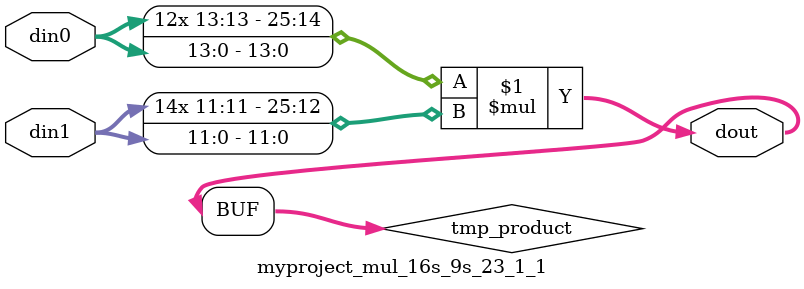
<source format=v>

`timescale 1 ns / 1 ps

  module myproject_mul_16s_9s_23_1_1(din0, din1, dout);
parameter ID = 1;
parameter NUM_STAGE = 0;
parameter din0_WIDTH = 14;
parameter din1_WIDTH = 12;
parameter dout_WIDTH = 26;

input [din0_WIDTH - 1 : 0] din0; 
input [din1_WIDTH - 1 : 0] din1; 
output [dout_WIDTH - 1 : 0] dout;

wire signed [dout_WIDTH - 1 : 0] tmp_product;













assign tmp_product = $signed(din0) * $signed(din1);








assign dout = tmp_product;







endmodule

</source>
